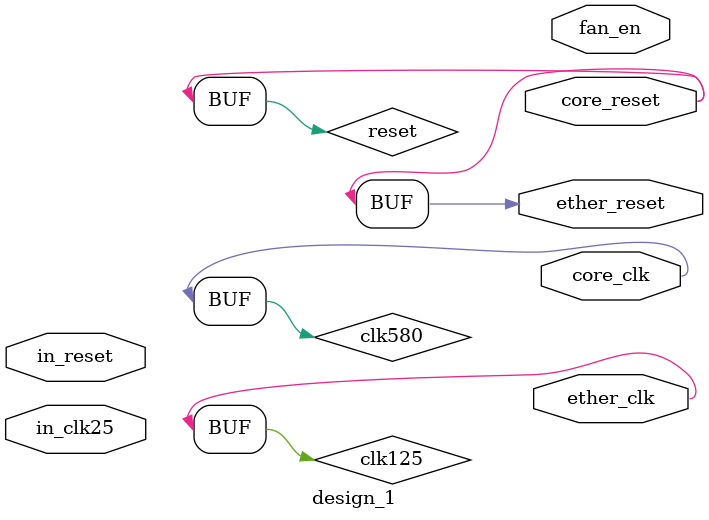
<source format=v>
`timescale 1 ps / 1 ps

module  design_1
            (
                output  wire    fan_en        ,
                input   wire    in_reset      ,
                input   wire    in_clk25      ,
                output  wire    ether_reset   ,
                output  wire    ether_clk     ,
                output  wire    core_reset    ,
                output  wire    core_clk      
            );

    // テストベンチから force する前提の信号
    reg             reset           /*verilator public_flat*/;
    reg             clk125          /*verilator public_flat*/;
    reg             clk580          /*verilator public_flat*/;

    assign ether_reset = reset;
    assign ether_clk   = clk125;
    assign core_reset  = reset;
    assign core_clk    = clk580;

endmodule

</source>
